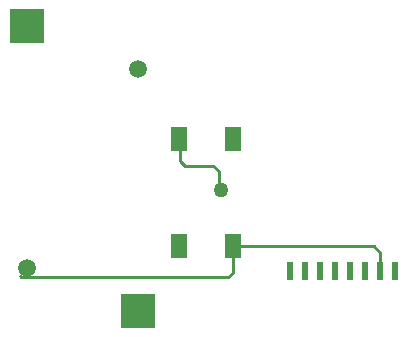
<source format=gbr>
%TF.GenerationSoftware,Altium Limited,Altium Designer,20.0.13 (296)*%
G04 Layer_Physical_Order=2*
G04 Layer_Color=16711680*
%FSLAX45Y45*%
%MOMM*%
%TF.FileFunction,Copper,L2,Bot,Signal*%
%TF.Part,Single*%
G01*
G75*
%TA.AperFunction,Conductor*%
%ADD14C,0.25400*%
%TA.AperFunction,ComponentPad*%
%ADD15R,0.60000X1.60000*%
%ADD16C,1.50800*%
%ADD17R,3.00000X3.00000*%
%TA.AperFunction,ViaPad*%
%ADD18C,1.27000*%
%TA.AperFunction,SMDPad,CuDef*%
%ADD19R,1.40000X2.10000*%
D14*
X14501199Y5488600D02*
X14558630Y5431170D01*
Y5283200D02*
Y5431170D01*
X13306000Y5488600D02*
X14501199D01*
X11506200Y5239800D02*
X11513600Y5232400D01*
X13271500D01*
X13306000Y5266900D02*
Y5488600D01*
X13271500Y5232400D02*
X13306000Y5266900D01*
X12865100Y6210300D02*
X12903200Y6172200D01*
X13144501D01*
X12865100Y6210300D02*
Y6389500D01*
X12856000Y6398600D02*
X12865100Y6389500D01*
X13188560Y5988440D02*
Y6128140D01*
X13144501Y6172200D02*
X13188560Y6128140D01*
Y5988440D02*
X13208000Y5969000D01*
D15*
X14431609Y5283200D02*
D03*
X14304610D02*
D03*
X14177609D02*
D03*
X14050609D02*
D03*
X13923608D02*
D03*
X13796609D02*
D03*
X14558630D02*
D03*
X14683069D02*
D03*
D16*
X12509500Y6990300D02*
D03*
X11569700Y5308600D02*
D03*
D17*
X12509500Y4940300D02*
D03*
X11569700Y7358600D02*
D03*
D18*
X13208000Y5969000D02*
D03*
D19*
X13306000Y6398600D02*
D03*
Y5488600D02*
D03*
X12856000D02*
D03*
Y6398600D02*
D03*
%TF.MD5,b56ed61b169e0956d4cbba8d1cef238e*%
M02*

</source>
